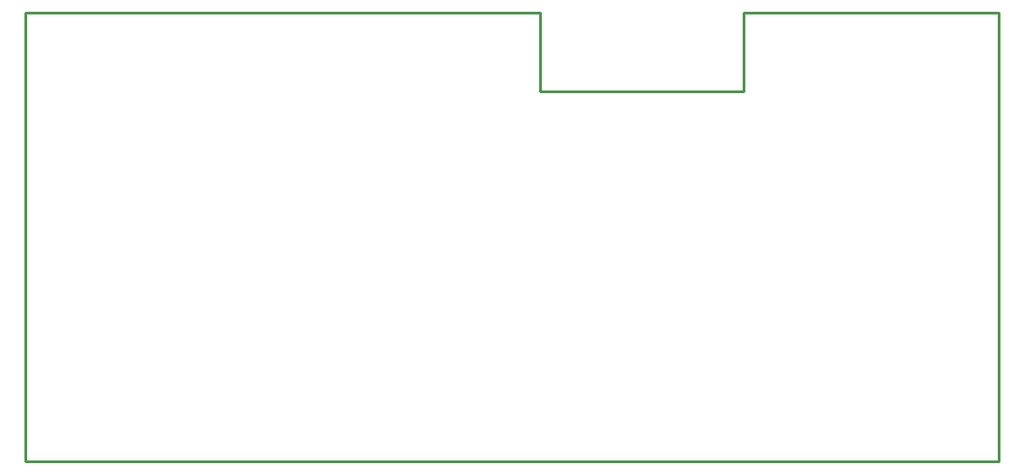
<source format=gko>
G04*
G04 #@! TF.GenerationSoftware,Altium Limited,Altium Designer,25.4.2 (15)*
G04*
G04 Layer_Color=16711935*
%FSLAX44Y44*%
%MOMM*%
G71*
G04*
G04 #@! TF.SameCoordinates,8EE26F3C-D7A1-4C18-BBE8-6C97D16B18D0*
G04*
G04*
G04 #@! TF.FilePolarity,Positive*
G04*
G01*
G75*
%ADD94C,0.2500*%
D94*
X0Y420370D02*
X481330D01*
Y346710D02*
Y420370D01*
Y346710D02*
X671830D01*
Y420370D01*
X910590D01*
X0Y0D02*
Y420370D01*
X910590Y0D02*
Y420370D01*
X0Y0D02*
X910590D01*
M02*

</source>
